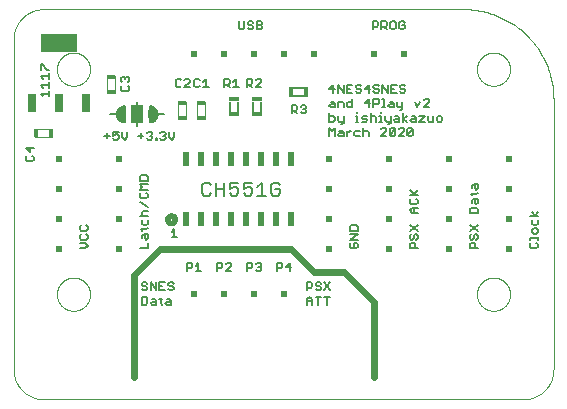
<source format=gto>
G75*
%MOIN*%
%OFA0B0*%
%FSLAX25Y25*%
%IPPOS*%
%LPD*%
%AMOC8*
5,1,8,0,0,1.08239X$1,22.5*
%
%ADD10C,0.00000*%
%ADD11C,0.00800*%
%ADD12C,0.00500*%
%ADD13C,0.02400*%
%ADD14C,0.01600*%
%ADD15C,0.00400*%
%ADD16R,0.03150X0.01378*%
%ADD17R,0.02000X0.04500*%
%ADD18C,0.00600*%
%ADD19R,0.03400X0.01600*%
%ADD20R,0.02000X0.02000*%
%ADD21R,0.01600X0.03400*%
%ADD22R,0.04000X0.06000*%
%ADD23R,0.12000X0.06000*%
%ADD24R,0.03000X0.06000*%
%ADD25R,0.01378X0.03150*%
D10*
X0022200Y0013565D02*
X0182200Y0013565D01*
X0182442Y0013568D01*
X0182683Y0013577D01*
X0182924Y0013591D01*
X0183165Y0013612D01*
X0183405Y0013638D01*
X0183645Y0013670D01*
X0183884Y0013708D01*
X0184121Y0013751D01*
X0184358Y0013801D01*
X0184593Y0013856D01*
X0184827Y0013916D01*
X0185059Y0013983D01*
X0185290Y0014054D01*
X0185519Y0014132D01*
X0185746Y0014215D01*
X0185971Y0014303D01*
X0186194Y0014397D01*
X0186414Y0014496D01*
X0186632Y0014601D01*
X0186847Y0014710D01*
X0187060Y0014825D01*
X0187270Y0014945D01*
X0187476Y0015070D01*
X0187680Y0015200D01*
X0187881Y0015335D01*
X0188078Y0015475D01*
X0188272Y0015619D01*
X0188462Y0015768D01*
X0188648Y0015922D01*
X0188831Y0016080D01*
X0189010Y0016242D01*
X0189185Y0016409D01*
X0189356Y0016580D01*
X0189523Y0016755D01*
X0189685Y0016934D01*
X0189843Y0017117D01*
X0189997Y0017303D01*
X0190146Y0017493D01*
X0190290Y0017687D01*
X0190430Y0017884D01*
X0190565Y0018085D01*
X0190695Y0018289D01*
X0190820Y0018495D01*
X0190940Y0018705D01*
X0191055Y0018918D01*
X0191164Y0019133D01*
X0191269Y0019351D01*
X0191368Y0019571D01*
X0191462Y0019794D01*
X0191550Y0020019D01*
X0191633Y0020246D01*
X0191711Y0020475D01*
X0191782Y0020706D01*
X0191849Y0020938D01*
X0191909Y0021172D01*
X0191964Y0021407D01*
X0192014Y0021644D01*
X0192057Y0021881D01*
X0192095Y0022120D01*
X0192127Y0022360D01*
X0192153Y0022600D01*
X0192174Y0022841D01*
X0192188Y0023082D01*
X0192197Y0023323D01*
X0192200Y0023565D01*
X0192200Y0113565D01*
X0166688Y0123565D02*
X0166690Y0123713D01*
X0166696Y0123861D01*
X0166706Y0124009D01*
X0166720Y0124156D01*
X0166738Y0124303D01*
X0166759Y0124449D01*
X0166785Y0124595D01*
X0166815Y0124740D01*
X0166848Y0124884D01*
X0166886Y0125027D01*
X0166927Y0125169D01*
X0166972Y0125310D01*
X0167020Y0125450D01*
X0167073Y0125589D01*
X0167129Y0125726D01*
X0167189Y0125861D01*
X0167252Y0125995D01*
X0167319Y0126127D01*
X0167390Y0126257D01*
X0167464Y0126385D01*
X0167541Y0126511D01*
X0167622Y0126635D01*
X0167706Y0126757D01*
X0167793Y0126876D01*
X0167884Y0126993D01*
X0167978Y0127108D01*
X0168074Y0127220D01*
X0168174Y0127330D01*
X0168276Y0127436D01*
X0168382Y0127540D01*
X0168490Y0127641D01*
X0168601Y0127739D01*
X0168714Y0127835D01*
X0168830Y0127927D01*
X0168948Y0128016D01*
X0169069Y0128101D01*
X0169192Y0128184D01*
X0169317Y0128263D01*
X0169444Y0128339D01*
X0169573Y0128411D01*
X0169704Y0128480D01*
X0169837Y0128545D01*
X0169972Y0128606D01*
X0170108Y0128664D01*
X0170245Y0128719D01*
X0170384Y0128769D01*
X0170525Y0128816D01*
X0170666Y0128859D01*
X0170809Y0128899D01*
X0170953Y0128934D01*
X0171097Y0128966D01*
X0171243Y0128993D01*
X0171389Y0129017D01*
X0171536Y0129037D01*
X0171683Y0129053D01*
X0171830Y0129065D01*
X0171978Y0129073D01*
X0172126Y0129077D01*
X0172274Y0129077D01*
X0172422Y0129073D01*
X0172570Y0129065D01*
X0172717Y0129053D01*
X0172864Y0129037D01*
X0173011Y0129017D01*
X0173157Y0128993D01*
X0173303Y0128966D01*
X0173447Y0128934D01*
X0173591Y0128899D01*
X0173734Y0128859D01*
X0173875Y0128816D01*
X0174016Y0128769D01*
X0174155Y0128719D01*
X0174292Y0128664D01*
X0174428Y0128606D01*
X0174563Y0128545D01*
X0174696Y0128480D01*
X0174827Y0128411D01*
X0174956Y0128339D01*
X0175083Y0128263D01*
X0175208Y0128184D01*
X0175331Y0128101D01*
X0175452Y0128016D01*
X0175570Y0127927D01*
X0175686Y0127835D01*
X0175799Y0127739D01*
X0175910Y0127641D01*
X0176018Y0127540D01*
X0176124Y0127436D01*
X0176226Y0127330D01*
X0176326Y0127220D01*
X0176422Y0127108D01*
X0176516Y0126993D01*
X0176607Y0126876D01*
X0176694Y0126757D01*
X0176778Y0126635D01*
X0176859Y0126511D01*
X0176936Y0126385D01*
X0177010Y0126257D01*
X0177081Y0126127D01*
X0177148Y0125995D01*
X0177211Y0125861D01*
X0177271Y0125726D01*
X0177327Y0125589D01*
X0177380Y0125450D01*
X0177428Y0125310D01*
X0177473Y0125169D01*
X0177514Y0125027D01*
X0177552Y0124884D01*
X0177585Y0124740D01*
X0177615Y0124595D01*
X0177641Y0124449D01*
X0177662Y0124303D01*
X0177680Y0124156D01*
X0177694Y0124009D01*
X0177704Y0123861D01*
X0177710Y0123713D01*
X0177712Y0123565D01*
X0177710Y0123417D01*
X0177704Y0123269D01*
X0177694Y0123121D01*
X0177680Y0122974D01*
X0177662Y0122827D01*
X0177641Y0122681D01*
X0177615Y0122535D01*
X0177585Y0122390D01*
X0177552Y0122246D01*
X0177514Y0122103D01*
X0177473Y0121961D01*
X0177428Y0121820D01*
X0177380Y0121680D01*
X0177327Y0121541D01*
X0177271Y0121404D01*
X0177211Y0121269D01*
X0177148Y0121135D01*
X0177081Y0121003D01*
X0177010Y0120873D01*
X0176936Y0120745D01*
X0176859Y0120619D01*
X0176778Y0120495D01*
X0176694Y0120373D01*
X0176607Y0120254D01*
X0176516Y0120137D01*
X0176422Y0120022D01*
X0176326Y0119910D01*
X0176226Y0119800D01*
X0176124Y0119694D01*
X0176018Y0119590D01*
X0175910Y0119489D01*
X0175799Y0119391D01*
X0175686Y0119295D01*
X0175570Y0119203D01*
X0175452Y0119114D01*
X0175331Y0119029D01*
X0175208Y0118946D01*
X0175083Y0118867D01*
X0174956Y0118791D01*
X0174827Y0118719D01*
X0174696Y0118650D01*
X0174563Y0118585D01*
X0174428Y0118524D01*
X0174292Y0118466D01*
X0174155Y0118411D01*
X0174016Y0118361D01*
X0173875Y0118314D01*
X0173734Y0118271D01*
X0173591Y0118231D01*
X0173447Y0118196D01*
X0173303Y0118164D01*
X0173157Y0118137D01*
X0173011Y0118113D01*
X0172864Y0118093D01*
X0172717Y0118077D01*
X0172570Y0118065D01*
X0172422Y0118057D01*
X0172274Y0118053D01*
X0172126Y0118053D01*
X0171978Y0118057D01*
X0171830Y0118065D01*
X0171683Y0118077D01*
X0171536Y0118093D01*
X0171389Y0118113D01*
X0171243Y0118137D01*
X0171097Y0118164D01*
X0170953Y0118196D01*
X0170809Y0118231D01*
X0170666Y0118271D01*
X0170525Y0118314D01*
X0170384Y0118361D01*
X0170245Y0118411D01*
X0170108Y0118466D01*
X0169972Y0118524D01*
X0169837Y0118585D01*
X0169704Y0118650D01*
X0169573Y0118719D01*
X0169444Y0118791D01*
X0169317Y0118867D01*
X0169192Y0118946D01*
X0169069Y0119029D01*
X0168948Y0119114D01*
X0168830Y0119203D01*
X0168714Y0119295D01*
X0168601Y0119391D01*
X0168490Y0119489D01*
X0168382Y0119590D01*
X0168276Y0119694D01*
X0168174Y0119800D01*
X0168074Y0119910D01*
X0167978Y0120022D01*
X0167884Y0120137D01*
X0167793Y0120254D01*
X0167706Y0120373D01*
X0167622Y0120495D01*
X0167541Y0120619D01*
X0167464Y0120745D01*
X0167390Y0120873D01*
X0167319Y0121003D01*
X0167252Y0121135D01*
X0167189Y0121269D01*
X0167129Y0121404D01*
X0167073Y0121541D01*
X0167020Y0121680D01*
X0166972Y0121820D01*
X0166927Y0121961D01*
X0166886Y0122103D01*
X0166848Y0122246D01*
X0166815Y0122390D01*
X0166785Y0122535D01*
X0166759Y0122681D01*
X0166738Y0122827D01*
X0166720Y0122974D01*
X0166706Y0123121D01*
X0166696Y0123269D01*
X0166690Y0123417D01*
X0166688Y0123565D01*
X0162200Y0143565D02*
X0162925Y0143556D01*
X0163649Y0143530D01*
X0164373Y0143486D01*
X0165095Y0143425D01*
X0165816Y0143346D01*
X0166535Y0143250D01*
X0167251Y0143137D01*
X0167964Y0143006D01*
X0168674Y0142858D01*
X0169379Y0142693D01*
X0170081Y0142511D01*
X0170778Y0142312D01*
X0171471Y0142097D01*
X0172157Y0141864D01*
X0172838Y0141615D01*
X0173513Y0141350D01*
X0174181Y0141069D01*
X0174842Y0140771D01*
X0175496Y0140458D01*
X0176142Y0140129D01*
X0176780Y0139784D01*
X0177409Y0139424D01*
X0178029Y0139049D01*
X0178640Y0138659D01*
X0179242Y0138255D01*
X0179834Y0137836D01*
X0180415Y0137402D01*
X0180986Y0136955D01*
X0181545Y0136494D01*
X0182094Y0136020D01*
X0182630Y0135533D01*
X0183155Y0135033D01*
X0183668Y0134520D01*
X0184168Y0133995D01*
X0184655Y0133459D01*
X0185129Y0132910D01*
X0185590Y0132351D01*
X0186037Y0131780D01*
X0186471Y0131199D01*
X0186890Y0130607D01*
X0187294Y0130005D01*
X0187684Y0129394D01*
X0188059Y0128774D01*
X0188419Y0128145D01*
X0188764Y0127507D01*
X0189093Y0126861D01*
X0189406Y0126207D01*
X0189704Y0125546D01*
X0189985Y0124878D01*
X0190250Y0124203D01*
X0190499Y0123522D01*
X0190732Y0122836D01*
X0190947Y0122143D01*
X0191146Y0121446D01*
X0191328Y0120744D01*
X0191493Y0120039D01*
X0191641Y0119329D01*
X0191772Y0118616D01*
X0191885Y0117900D01*
X0191981Y0117181D01*
X0192060Y0116460D01*
X0192121Y0115738D01*
X0192165Y0115014D01*
X0192191Y0114290D01*
X0192200Y0113565D01*
X0162200Y0143565D02*
X0022200Y0143565D01*
X0021958Y0143562D01*
X0021717Y0143553D01*
X0021476Y0143539D01*
X0021235Y0143518D01*
X0020995Y0143492D01*
X0020755Y0143460D01*
X0020516Y0143422D01*
X0020279Y0143379D01*
X0020042Y0143329D01*
X0019807Y0143274D01*
X0019573Y0143214D01*
X0019341Y0143147D01*
X0019110Y0143076D01*
X0018881Y0142998D01*
X0018654Y0142915D01*
X0018429Y0142827D01*
X0018206Y0142733D01*
X0017986Y0142634D01*
X0017768Y0142529D01*
X0017553Y0142420D01*
X0017340Y0142305D01*
X0017130Y0142185D01*
X0016924Y0142060D01*
X0016720Y0141930D01*
X0016519Y0141795D01*
X0016322Y0141655D01*
X0016128Y0141511D01*
X0015938Y0141362D01*
X0015752Y0141208D01*
X0015569Y0141050D01*
X0015390Y0140888D01*
X0015215Y0140721D01*
X0015044Y0140550D01*
X0014877Y0140375D01*
X0014715Y0140196D01*
X0014557Y0140013D01*
X0014403Y0139827D01*
X0014254Y0139637D01*
X0014110Y0139443D01*
X0013970Y0139246D01*
X0013835Y0139045D01*
X0013705Y0138841D01*
X0013580Y0138635D01*
X0013460Y0138425D01*
X0013345Y0138212D01*
X0013236Y0137997D01*
X0013131Y0137779D01*
X0013032Y0137559D01*
X0012938Y0137336D01*
X0012850Y0137111D01*
X0012767Y0136884D01*
X0012689Y0136655D01*
X0012618Y0136424D01*
X0012551Y0136192D01*
X0012491Y0135958D01*
X0012436Y0135723D01*
X0012386Y0135486D01*
X0012343Y0135249D01*
X0012305Y0135010D01*
X0012273Y0134770D01*
X0012247Y0134530D01*
X0012226Y0134289D01*
X0012212Y0134048D01*
X0012203Y0133807D01*
X0012200Y0133565D01*
X0012200Y0023565D01*
X0012203Y0023323D01*
X0012212Y0023082D01*
X0012226Y0022841D01*
X0012247Y0022600D01*
X0012273Y0022360D01*
X0012305Y0022120D01*
X0012343Y0021881D01*
X0012386Y0021644D01*
X0012436Y0021407D01*
X0012491Y0021172D01*
X0012551Y0020938D01*
X0012618Y0020706D01*
X0012689Y0020475D01*
X0012767Y0020246D01*
X0012850Y0020019D01*
X0012938Y0019794D01*
X0013032Y0019571D01*
X0013131Y0019351D01*
X0013236Y0019133D01*
X0013345Y0018918D01*
X0013460Y0018705D01*
X0013580Y0018495D01*
X0013705Y0018289D01*
X0013835Y0018085D01*
X0013970Y0017884D01*
X0014110Y0017687D01*
X0014254Y0017493D01*
X0014403Y0017303D01*
X0014557Y0017117D01*
X0014715Y0016934D01*
X0014877Y0016755D01*
X0015044Y0016580D01*
X0015215Y0016409D01*
X0015390Y0016242D01*
X0015569Y0016080D01*
X0015752Y0015922D01*
X0015938Y0015768D01*
X0016128Y0015619D01*
X0016322Y0015475D01*
X0016519Y0015335D01*
X0016720Y0015200D01*
X0016924Y0015070D01*
X0017130Y0014945D01*
X0017340Y0014825D01*
X0017553Y0014710D01*
X0017768Y0014601D01*
X0017986Y0014496D01*
X0018206Y0014397D01*
X0018429Y0014303D01*
X0018654Y0014215D01*
X0018881Y0014132D01*
X0019110Y0014054D01*
X0019341Y0013983D01*
X0019573Y0013916D01*
X0019807Y0013856D01*
X0020042Y0013801D01*
X0020279Y0013751D01*
X0020516Y0013708D01*
X0020755Y0013670D01*
X0020995Y0013638D01*
X0021235Y0013612D01*
X0021476Y0013591D01*
X0021717Y0013577D01*
X0021958Y0013568D01*
X0022200Y0013565D01*
X0026688Y0048565D02*
X0026690Y0048713D01*
X0026696Y0048861D01*
X0026706Y0049009D01*
X0026720Y0049156D01*
X0026738Y0049303D01*
X0026759Y0049449D01*
X0026785Y0049595D01*
X0026815Y0049740D01*
X0026848Y0049884D01*
X0026886Y0050027D01*
X0026927Y0050169D01*
X0026972Y0050310D01*
X0027020Y0050450D01*
X0027073Y0050589D01*
X0027129Y0050726D01*
X0027189Y0050861D01*
X0027252Y0050995D01*
X0027319Y0051127D01*
X0027390Y0051257D01*
X0027464Y0051385D01*
X0027541Y0051511D01*
X0027622Y0051635D01*
X0027706Y0051757D01*
X0027793Y0051876D01*
X0027884Y0051993D01*
X0027978Y0052108D01*
X0028074Y0052220D01*
X0028174Y0052330D01*
X0028276Y0052436D01*
X0028382Y0052540D01*
X0028490Y0052641D01*
X0028601Y0052739D01*
X0028714Y0052835D01*
X0028830Y0052927D01*
X0028948Y0053016D01*
X0029069Y0053101D01*
X0029192Y0053184D01*
X0029317Y0053263D01*
X0029444Y0053339D01*
X0029573Y0053411D01*
X0029704Y0053480D01*
X0029837Y0053545D01*
X0029972Y0053606D01*
X0030108Y0053664D01*
X0030245Y0053719D01*
X0030384Y0053769D01*
X0030525Y0053816D01*
X0030666Y0053859D01*
X0030809Y0053899D01*
X0030953Y0053934D01*
X0031097Y0053966D01*
X0031243Y0053993D01*
X0031389Y0054017D01*
X0031536Y0054037D01*
X0031683Y0054053D01*
X0031830Y0054065D01*
X0031978Y0054073D01*
X0032126Y0054077D01*
X0032274Y0054077D01*
X0032422Y0054073D01*
X0032570Y0054065D01*
X0032717Y0054053D01*
X0032864Y0054037D01*
X0033011Y0054017D01*
X0033157Y0053993D01*
X0033303Y0053966D01*
X0033447Y0053934D01*
X0033591Y0053899D01*
X0033734Y0053859D01*
X0033875Y0053816D01*
X0034016Y0053769D01*
X0034155Y0053719D01*
X0034292Y0053664D01*
X0034428Y0053606D01*
X0034563Y0053545D01*
X0034696Y0053480D01*
X0034827Y0053411D01*
X0034956Y0053339D01*
X0035083Y0053263D01*
X0035208Y0053184D01*
X0035331Y0053101D01*
X0035452Y0053016D01*
X0035570Y0052927D01*
X0035686Y0052835D01*
X0035799Y0052739D01*
X0035910Y0052641D01*
X0036018Y0052540D01*
X0036124Y0052436D01*
X0036226Y0052330D01*
X0036326Y0052220D01*
X0036422Y0052108D01*
X0036516Y0051993D01*
X0036607Y0051876D01*
X0036694Y0051757D01*
X0036778Y0051635D01*
X0036859Y0051511D01*
X0036936Y0051385D01*
X0037010Y0051257D01*
X0037081Y0051127D01*
X0037148Y0050995D01*
X0037211Y0050861D01*
X0037271Y0050726D01*
X0037327Y0050589D01*
X0037380Y0050450D01*
X0037428Y0050310D01*
X0037473Y0050169D01*
X0037514Y0050027D01*
X0037552Y0049884D01*
X0037585Y0049740D01*
X0037615Y0049595D01*
X0037641Y0049449D01*
X0037662Y0049303D01*
X0037680Y0049156D01*
X0037694Y0049009D01*
X0037704Y0048861D01*
X0037710Y0048713D01*
X0037712Y0048565D01*
X0037710Y0048417D01*
X0037704Y0048269D01*
X0037694Y0048121D01*
X0037680Y0047974D01*
X0037662Y0047827D01*
X0037641Y0047681D01*
X0037615Y0047535D01*
X0037585Y0047390D01*
X0037552Y0047246D01*
X0037514Y0047103D01*
X0037473Y0046961D01*
X0037428Y0046820D01*
X0037380Y0046680D01*
X0037327Y0046541D01*
X0037271Y0046404D01*
X0037211Y0046269D01*
X0037148Y0046135D01*
X0037081Y0046003D01*
X0037010Y0045873D01*
X0036936Y0045745D01*
X0036859Y0045619D01*
X0036778Y0045495D01*
X0036694Y0045373D01*
X0036607Y0045254D01*
X0036516Y0045137D01*
X0036422Y0045022D01*
X0036326Y0044910D01*
X0036226Y0044800D01*
X0036124Y0044694D01*
X0036018Y0044590D01*
X0035910Y0044489D01*
X0035799Y0044391D01*
X0035686Y0044295D01*
X0035570Y0044203D01*
X0035452Y0044114D01*
X0035331Y0044029D01*
X0035208Y0043946D01*
X0035083Y0043867D01*
X0034956Y0043791D01*
X0034827Y0043719D01*
X0034696Y0043650D01*
X0034563Y0043585D01*
X0034428Y0043524D01*
X0034292Y0043466D01*
X0034155Y0043411D01*
X0034016Y0043361D01*
X0033875Y0043314D01*
X0033734Y0043271D01*
X0033591Y0043231D01*
X0033447Y0043196D01*
X0033303Y0043164D01*
X0033157Y0043137D01*
X0033011Y0043113D01*
X0032864Y0043093D01*
X0032717Y0043077D01*
X0032570Y0043065D01*
X0032422Y0043057D01*
X0032274Y0043053D01*
X0032126Y0043053D01*
X0031978Y0043057D01*
X0031830Y0043065D01*
X0031683Y0043077D01*
X0031536Y0043093D01*
X0031389Y0043113D01*
X0031243Y0043137D01*
X0031097Y0043164D01*
X0030953Y0043196D01*
X0030809Y0043231D01*
X0030666Y0043271D01*
X0030525Y0043314D01*
X0030384Y0043361D01*
X0030245Y0043411D01*
X0030108Y0043466D01*
X0029972Y0043524D01*
X0029837Y0043585D01*
X0029704Y0043650D01*
X0029573Y0043719D01*
X0029444Y0043791D01*
X0029317Y0043867D01*
X0029192Y0043946D01*
X0029069Y0044029D01*
X0028948Y0044114D01*
X0028830Y0044203D01*
X0028714Y0044295D01*
X0028601Y0044391D01*
X0028490Y0044489D01*
X0028382Y0044590D01*
X0028276Y0044694D01*
X0028174Y0044800D01*
X0028074Y0044910D01*
X0027978Y0045022D01*
X0027884Y0045137D01*
X0027793Y0045254D01*
X0027706Y0045373D01*
X0027622Y0045495D01*
X0027541Y0045619D01*
X0027464Y0045745D01*
X0027390Y0045873D01*
X0027319Y0046003D01*
X0027252Y0046135D01*
X0027189Y0046269D01*
X0027129Y0046404D01*
X0027073Y0046541D01*
X0027020Y0046680D01*
X0026972Y0046820D01*
X0026927Y0046961D01*
X0026886Y0047103D01*
X0026848Y0047246D01*
X0026815Y0047390D01*
X0026785Y0047535D01*
X0026759Y0047681D01*
X0026738Y0047827D01*
X0026720Y0047974D01*
X0026706Y0048121D01*
X0026696Y0048269D01*
X0026690Y0048417D01*
X0026688Y0048565D01*
X0026688Y0123565D02*
X0026690Y0123713D01*
X0026696Y0123861D01*
X0026706Y0124009D01*
X0026720Y0124156D01*
X0026738Y0124303D01*
X0026759Y0124449D01*
X0026785Y0124595D01*
X0026815Y0124740D01*
X0026848Y0124884D01*
X0026886Y0125027D01*
X0026927Y0125169D01*
X0026972Y0125310D01*
X0027020Y0125450D01*
X0027073Y0125589D01*
X0027129Y0125726D01*
X0027189Y0125861D01*
X0027252Y0125995D01*
X0027319Y0126127D01*
X0027390Y0126257D01*
X0027464Y0126385D01*
X0027541Y0126511D01*
X0027622Y0126635D01*
X0027706Y0126757D01*
X0027793Y0126876D01*
X0027884Y0126993D01*
X0027978Y0127108D01*
X0028074Y0127220D01*
X0028174Y0127330D01*
X0028276Y0127436D01*
X0028382Y0127540D01*
X0028490Y0127641D01*
X0028601Y0127739D01*
X0028714Y0127835D01*
X0028830Y0127927D01*
X0028948Y0128016D01*
X0029069Y0128101D01*
X0029192Y0128184D01*
X0029317Y0128263D01*
X0029444Y0128339D01*
X0029573Y0128411D01*
X0029704Y0128480D01*
X0029837Y0128545D01*
X0029972Y0128606D01*
X0030108Y0128664D01*
X0030245Y0128719D01*
X0030384Y0128769D01*
X0030525Y0128816D01*
X0030666Y0128859D01*
X0030809Y0128899D01*
X0030953Y0128934D01*
X0031097Y0128966D01*
X0031243Y0128993D01*
X0031389Y0129017D01*
X0031536Y0129037D01*
X0031683Y0129053D01*
X0031830Y0129065D01*
X0031978Y0129073D01*
X0032126Y0129077D01*
X0032274Y0129077D01*
X0032422Y0129073D01*
X0032570Y0129065D01*
X0032717Y0129053D01*
X0032864Y0129037D01*
X0033011Y0129017D01*
X0033157Y0128993D01*
X0033303Y0128966D01*
X0033447Y0128934D01*
X0033591Y0128899D01*
X0033734Y0128859D01*
X0033875Y0128816D01*
X0034016Y0128769D01*
X0034155Y0128719D01*
X0034292Y0128664D01*
X0034428Y0128606D01*
X0034563Y0128545D01*
X0034696Y0128480D01*
X0034827Y0128411D01*
X0034956Y0128339D01*
X0035083Y0128263D01*
X0035208Y0128184D01*
X0035331Y0128101D01*
X0035452Y0128016D01*
X0035570Y0127927D01*
X0035686Y0127835D01*
X0035799Y0127739D01*
X0035910Y0127641D01*
X0036018Y0127540D01*
X0036124Y0127436D01*
X0036226Y0127330D01*
X0036326Y0127220D01*
X0036422Y0127108D01*
X0036516Y0126993D01*
X0036607Y0126876D01*
X0036694Y0126757D01*
X0036778Y0126635D01*
X0036859Y0126511D01*
X0036936Y0126385D01*
X0037010Y0126257D01*
X0037081Y0126127D01*
X0037148Y0125995D01*
X0037211Y0125861D01*
X0037271Y0125726D01*
X0037327Y0125589D01*
X0037380Y0125450D01*
X0037428Y0125310D01*
X0037473Y0125169D01*
X0037514Y0125027D01*
X0037552Y0124884D01*
X0037585Y0124740D01*
X0037615Y0124595D01*
X0037641Y0124449D01*
X0037662Y0124303D01*
X0037680Y0124156D01*
X0037694Y0124009D01*
X0037704Y0123861D01*
X0037710Y0123713D01*
X0037712Y0123565D01*
X0037710Y0123417D01*
X0037704Y0123269D01*
X0037694Y0123121D01*
X0037680Y0122974D01*
X0037662Y0122827D01*
X0037641Y0122681D01*
X0037615Y0122535D01*
X0037585Y0122390D01*
X0037552Y0122246D01*
X0037514Y0122103D01*
X0037473Y0121961D01*
X0037428Y0121820D01*
X0037380Y0121680D01*
X0037327Y0121541D01*
X0037271Y0121404D01*
X0037211Y0121269D01*
X0037148Y0121135D01*
X0037081Y0121003D01*
X0037010Y0120873D01*
X0036936Y0120745D01*
X0036859Y0120619D01*
X0036778Y0120495D01*
X0036694Y0120373D01*
X0036607Y0120254D01*
X0036516Y0120137D01*
X0036422Y0120022D01*
X0036326Y0119910D01*
X0036226Y0119800D01*
X0036124Y0119694D01*
X0036018Y0119590D01*
X0035910Y0119489D01*
X0035799Y0119391D01*
X0035686Y0119295D01*
X0035570Y0119203D01*
X0035452Y0119114D01*
X0035331Y0119029D01*
X0035208Y0118946D01*
X0035083Y0118867D01*
X0034956Y0118791D01*
X0034827Y0118719D01*
X0034696Y0118650D01*
X0034563Y0118585D01*
X0034428Y0118524D01*
X0034292Y0118466D01*
X0034155Y0118411D01*
X0034016Y0118361D01*
X0033875Y0118314D01*
X0033734Y0118271D01*
X0033591Y0118231D01*
X0033447Y0118196D01*
X0033303Y0118164D01*
X0033157Y0118137D01*
X0033011Y0118113D01*
X0032864Y0118093D01*
X0032717Y0118077D01*
X0032570Y0118065D01*
X0032422Y0118057D01*
X0032274Y0118053D01*
X0032126Y0118053D01*
X0031978Y0118057D01*
X0031830Y0118065D01*
X0031683Y0118077D01*
X0031536Y0118093D01*
X0031389Y0118113D01*
X0031243Y0118137D01*
X0031097Y0118164D01*
X0030953Y0118196D01*
X0030809Y0118231D01*
X0030666Y0118271D01*
X0030525Y0118314D01*
X0030384Y0118361D01*
X0030245Y0118411D01*
X0030108Y0118466D01*
X0029972Y0118524D01*
X0029837Y0118585D01*
X0029704Y0118650D01*
X0029573Y0118719D01*
X0029444Y0118791D01*
X0029317Y0118867D01*
X0029192Y0118946D01*
X0029069Y0119029D01*
X0028948Y0119114D01*
X0028830Y0119203D01*
X0028714Y0119295D01*
X0028601Y0119391D01*
X0028490Y0119489D01*
X0028382Y0119590D01*
X0028276Y0119694D01*
X0028174Y0119800D01*
X0028074Y0119910D01*
X0027978Y0120022D01*
X0027884Y0120137D01*
X0027793Y0120254D01*
X0027706Y0120373D01*
X0027622Y0120495D01*
X0027541Y0120619D01*
X0027464Y0120745D01*
X0027390Y0120873D01*
X0027319Y0121003D01*
X0027252Y0121135D01*
X0027189Y0121269D01*
X0027129Y0121404D01*
X0027073Y0121541D01*
X0027020Y0121680D01*
X0026972Y0121820D01*
X0026927Y0121961D01*
X0026886Y0122103D01*
X0026848Y0122246D01*
X0026815Y0122390D01*
X0026785Y0122535D01*
X0026759Y0122681D01*
X0026738Y0122827D01*
X0026720Y0122974D01*
X0026706Y0123121D01*
X0026696Y0123269D01*
X0026690Y0123417D01*
X0026688Y0123565D01*
X0166688Y0048565D02*
X0166690Y0048713D01*
X0166696Y0048861D01*
X0166706Y0049009D01*
X0166720Y0049156D01*
X0166738Y0049303D01*
X0166759Y0049449D01*
X0166785Y0049595D01*
X0166815Y0049740D01*
X0166848Y0049884D01*
X0166886Y0050027D01*
X0166927Y0050169D01*
X0166972Y0050310D01*
X0167020Y0050450D01*
X0167073Y0050589D01*
X0167129Y0050726D01*
X0167189Y0050861D01*
X0167252Y0050995D01*
X0167319Y0051127D01*
X0167390Y0051257D01*
X0167464Y0051385D01*
X0167541Y0051511D01*
X0167622Y0051635D01*
X0167706Y0051757D01*
X0167793Y0051876D01*
X0167884Y0051993D01*
X0167978Y0052108D01*
X0168074Y0052220D01*
X0168174Y0052330D01*
X0168276Y0052436D01*
X0168382Y0052540D01*
X0168490Y0052641D01*
X0168601Y0052739D01*
X0168714Y0052835D01*
X0168830Y0052927D01*
X0168948Y0053016D01*
X0169069Y0053101D01*
X0169192Y0053184D01*
X0169317Y0053263D01*
X0169444Y0053339D01*
X0169573Y0053411D01*
X0169704Y0053480D01*
X0169837Y0053545D01*
X0169972Y0053606D01*
X0170108Y0053664D01*
X0170245Y0053719D01*
X0170384Y0053769D01*
X0170525Y0053816D01*
X0170666Y0053859D01*
X0170809Y0053899D01*
X0170953Y0053934D01*
X0171097Y0053966D01*
X0171243Y0053993D01*
X0171389Y0054017D01*
X0171536Y0054037D01*
X0171683Y0054053D01*
X0171830Y0054065D01*
X0171978Y0054073D01*
X0172126Y0054077D01*
X0172274Y0054077D01*
X0172422Y0054073D01*
X0172570Y0054065D01*
X0172717Y0054053D01*
X0172864Y0054037D01*
X0173011Y0054017D01*
X0173157Y0053993D01*
X0173303Y0053966D01*
X0173447Y0053934D01*
X0173591Y0053899D01*
X0173734Y0053859D01*
X0173875Y0053816D01*
X0174016Y0053769D01*
X0174155Y0053719D01*
X0174292Y0053664D01*
X0174428Y0053606D01*
X0174563Y0053545D01*
X0174696Y0053480D01*
X0174827Y0053411D01*
X0174956Y0053339D01*
X0175083Y0053263D01*
X0175208Y0053184D01*
X0175331Y0053101D01*
X0175452Y0053016D01*
X0175570Y0052927D01*
X0175686Y0052835D01*
X0175799Y0052739D01*
X0175910Y0052641D01*
X0176018Y0052540D01*
X0176124Y0052436D01*
X0176226Y0052330D01*
X0176326Y0052220D01*
X0176422Y0052108D01*
X0176516Y0051993D01*
X0176607Y0051876D01*
X0176694Y0051757D01*
X0176778Y0051635D01*
X0176859Y0051511D01*
X0176936Y0051385D01*
X0177010Y0051257D01*
X0177081Y0051127D01*
X0177148Y0050995D01*
X0177211Y0050861D01*
X0177271Y0050726D01*
X0177327Y0050589D01*
X0177380Y0050450D01*
X0177428Y0050310D01*
X0177473Y0050169D01*
X0177514Y0050027D01*
X0177552Y0049884D01*
X0177585Y0049740D01*
X0177615Y0049595D01*
X0177641Y0049449D01*
X0177662Y0049303D01*
X0177680Y0049156D01*
X0177694Y0049009D01*
X0177704Y0048861D01*
X0177710Y0048713D01*
X0177712Y0048565D01*
X0177710Y0048417D01*
X0177704Y0048269D01*
X0177694Y0048121D01*
X0177680Y0047974D01*
X0177662Y0047827D01*
X0177641Y0047681D01*
X0177615Y0047535D01*
X0177585Y0047390D01*
X0177552Y0047246D01*
X0177514Y0047103D01*
X0177473Y0046961D01*
X0177428Y0046820D01*
X0177380Y0046680D01*
X0177327Y0046541D01*
X0177271Y0046404D01*
X0177211Y0046269D01*
X0177148Y0046135D01*
X0177081Y0046003D01*
X0177010Y0045873D01*
X0176936Y0045745D01*
X0176859Y0045619D01*
X0176778Y0045495D01*
X0176694Y0045373D01*
X0176607Y0045254D01*
X0176516Y0045137D01*
X0176422Y0045022D01*
X0176326Y0044910D01*
X0176226Y0044800D01*
X0176124Y0044694D01*
X0176018Y0044590D01*
X0175910Y0044489D01*
X0175799Y0044391D01*
X0175686Y0044295D01*
X0175570Y0044203D01*
X0175452Y0044114D01*
X0175331Y0044029D01*
X0175208Y0043946D01*
X0175083Y0043867D01*
X0174956Y0043791D01*
X0174827Y0043719D01*
X0174696Y0043650D01*
X0174563Y0043585D01*
X0174428Y0043524D01*
X0174292Y0043466D01*
X0174155Y0043411D01*
X0174016Y0043361D01*
X0173875Y0043314D01*
X0173734Y0043271D01*
X0173591Y0043231D01*
X0173447Y0043196D01*
X0173303Y0043164D01*
X0173157Y0043137D01*
X0173011Y0043113D01*
X0172864Y0043093D01*
X0172717Y0043077D01*
X0172570Y0043065D01*
X0172422Y0043057D01*
X0172274Y0043053D01*
X0172126Y0043053D01*
X0171978Y0043057D01*
X0171830Y0043065D01*
X0171683Y0043077D01*
X0171536Y0043093D01*
X0171389Y0043113D01*
X0171243Y0043137D01*
X0171097Y0043164D01*
X0170953Y0043196D01*
X0170809Y0043231D01*
X0170666Y0043271D01*
X0170525Y0043314D01*
X0170384Y0043361D01*
X0170245Y0043411D01*
X0170108Y0043466D01*
X0169972Y0043524D01*
X0169837Y0043585D01*
X0169704Y0043650D01*
X0169573Y0043719D01*
X0169444Y0043791D01*
X0169317Y0043867D01*
X0169192Y0043946D01*
X0169069Y0044029D01*
X0168948Y0044114D01*
X0168830Y0044203D01*
X0168714Y0044295D01*
X0168601Y0044391D01*
X0168490Y0044489D01*
X0168382Y0044590D01*
X0168276Y0044694D01*
X0168174Y0044800D01*
X0168074Y0044910D01*
X0167978Y0045022D01*
X0167884Y0045137D01*
X0167793Y0045254D01*
X0167706Y0045373D01*
X0167622Y0045495D01*
X0167541Y0045619D01*
X0167464Y0045745D01*
X0167390Y0045873D01*
X0167319Y0046003D01*
X0167252Y0046135D01*
X0167189Y0046269D01*
X0167129Y0046404D01*
X0167073Y0046541D01*
X0167020Y0046680D01*
X0166972Y0046820D01*
X0166927Y0046961D01*
X0166886Y0047103D01*
X0166848Y0047246D01*
X0166815Y0047390D01*
X0166785Y0047535D01*
X0166759Y0047681D01*
X0166738Y0047827D01*
X0166720Y0047974D01*
X0166706Y0048121D01*
X0166696Y0048269D01*
X0166690Y0048417D01*
X0166688Y0048565D01*
D11*
X0100922Y0082166D02*
X0100922Y0083567D01*
X0099521Y0083567D01*
X0100922Y0082166D02*
X0100221Y0081465D01*
X0098820Y0081465D01*
X0098120Y0082166D01*
X0098120Y0084968D01*
X0098820Y0085669D01*
X0100221Y0085669D01*
X0100922Y0084968D01*
X0096318Y0081465D02*
X0093516Y0081465D01*
X0094917Y0081465D02*
X0094917Y0085669D01*
X0093516Y0084268D01*
X0091714Y0083567D02*
X0091714Y0082166D01*
X0091014Y0081465D01*
X0089612Y0081465D01*
X0088912Y0082166D01*
X0088912Y0083567D02*
X0090313Y0084268D01*
X0091014Y0084268D01*
X0091714Y0083567D01*
X0091714Y0085669D02*
X0088912Y0085669D01*
X0088912Y0083567D01*
X0087110Y0083567D02*
X0087110Y0082166D01*
X0086410Y0081465D01*
X0085008Y0081465D01*
X0084308Y0082166D01*
X0084308Y0083567D02*
X0085709Y0084268D01*
X0086410Y0084268D01*
X0087110Y0083567D01*
X0087110Y0085669D02*
X0084308Y0085669D01*
X0084308Y0083567D01*
X0082506Y0083567D02*
X0079704Y0083567D01*
X0079704Y0081465D02*
X0079704Y0085669D01*
X0077902Y0084968D02*
X0077202Y0085669D01*
X0075801Y0085669D01*
X0075100Y0084968D01*
X0075100Y0082166D01*
X0075801Y0081465D01*
X0077202Y0081465D01*
X0077902Y0082166D01*
X0082506Y0081465D02*
X0082506Y0085669D01*
D12*
X0065814Y0100966D02*
X0065814Y0102768D01*
X0064013Y0102768D02*
X0064013Y0100966D01*
X0064914Y0100065D01*
X0065814Y0100966D01*
X0062868Y0100966D02*
X0062417Y0101416D01*
X0061967Y0101416D01*
X0062417Y0101416D02*
X0062868Y0101867D01*
X0062868Y0102317D01*
X0062417Y0102768D01*
X0061517Y0102768D01*
X0061066Y0102317D01*
X0061066Y0100516D02*
X0061517Y0100065D01*
X0062417Y0100065D01*
X0062868Y0100516D01*
X0062868Y0100966D01*
X0060043Y0100516D02*
X0060043Y0100065D01*
X0059593Y0100065D01*
X0059593Y0100516D01*
X0060043Y0100516D01*
X0058448Y0100516D02*
X0057998Y0100065D01*
X0057097Y0100065D01*
X0056647Y0100516D01*
X0057547Y0101416D02*
X0057998Y0101416D01*
X0058448Y0100966D01*
X0058448Y0100516D01*
X0057998Y0101416D02*
X0058448Y0101867D01*
X0058448Y0102317D01*
X0057998Y0102768D01*
X0057097Y0102768D01*
X0056647Y0102317D01*
X0055502Y0101416D02*
X0053700Y0101416D01*
X0054601Y0100516D02*
X0054601Y0102317D01*
X0050145Y0102768D02*
X0050145Y0100966D01*
X0049244Y0100065D01*
X0048343Y0100966D01*
X0048343Y0102768D01*
X0047198Y0102768D02*
X0045397Y0102768D01*
X0045397Y0101416D01*
X0046297Y0101867D01*
X0046748Y0101867D01*
X0047198Y0101416D01*
X0047198Y0100516D01*
X0046748Y0100065D01*
X0045847Y0100065D01*
X0045397Y0100516D01*
X0044252Y0101416D02*
X0042450Y0101416D01*
X0043351Y0100516D02*
X0043351Y0102317D01*
X0049201Y0111303D02*
X0049449Y0108565D01*
X0049449Y0108565D01*
X0049201Y0105827D01*
X0049200Y0105826D01*
X0049097Y0105838D01*
X0048993Y0105853D01*
X0048891Y0105872D01*
X0048789Y0105896D01*
X0048688Y0105923D01*
X0048589Y0105953D01*
X0048490Y0105988D01*
X0048393Y0106026D01*
X0048298Y0106068D01*
X0048204Y0106114D01*
X0048112Y0106163D01*
X0048021Y0106215D01*
X0047933Y0106271D01*
X0047847Y0106330D01*
X0047764Y0106393D01*
X0047683Y0106458D01*
X0047604Y0106527D01*
X0047528Y0106598D01*
X0047455Y0106673D01*
X0047384Y0106750D01*
X0047317Y0106829D01*
X0047253Y0106912D01*
X0047191Y0106996D01*
X0047134Y0107083D01*
X0047079Y0107172D01*
X0047028Y0107263D01*
X0046980Y0107356D01*
X0046936Y0107450D01*
X0046896Y0107546D01*
X0046859Y0107644D01*
X0046826Y0107743D01*
X0046796Y0107843D01*
X0046771Y0107944D01*
X0046749Y0108046D01*
X0046732Y0108149D01*
X0046718Y0108253D01*
X0046708Y0108356D01*
X0046702Y0108461D01*
X0046700Y0108565D01*
X0046702Y0108669D01*
X0046708Y0108774D01*
X0046718Y0108877D01*
X0046732Y0108981D01*
X0046749Y0109084D01*
X0046771Y0109186D01*
X0046796Y0109287D01*
X0046826Y0109387D01*
X0046859Y0109486D01*
X0046896Y0109584D01*
X0046936Y0109680D01*
X0046980Y0109774D01*
X0047028Y0109867D01*
X0047079Y0109958D01*
X0047134Y0110047D01*
X0047191Y0110134D01*
X0047253Y0110218D01*
X0047317Y0110301D01*
X0047384Y0110380D01*
X0047455Y0110457D01*
X0047528Y0110532D01*
X0047604Y0110603D01*
X0047683Y0110672D01*
X0047764Y0110737D01*
X0047847Y0110800D01*
X0047933Y0110859D01*
X0048021Y0110915D01*
X0048112Y0110967D01*
X0048204Y0111016D01*
X0048298Y0111062D01*
X0048393Y0111104D01*
X0048490Y0111142D01*
X0048589Y0111177D01*
X0048688Y0111207D01*
X0048789Y0111234D01*
X0048891Y0111258D01*
X0048993Y0111277D01*
X0049097Y0111292D01*
X0049200Y0111304D01*
X0049201Y0110827D01*
X0049106Y0110815D01*
X0049013Y0110799D01*
X0048920Y0110778D01*
X0048828Y0110754D01*
X0048737Y0110726D01*
X0048648Y0110695D01*
X0048559Y0110660D01*
X0048473Y0110621D01*
X0048388Y0110578D01*
X0048305Y0110532D01*
X0048224Y0110482D01*
X0048145Y0110430D01*
X0048068Y0110373D01*
X0047994Y0110314D01*
X0047922Y0110252D01*
X0047853Y0110187D01*
X0047787Y0110119D01*
X0047723Y0110048D01*
X0047663Y0109975D01*
X0047606Y0109899D01*
X0047552Y0109821D01*
X0047501Y0109740D01*
X0047454Y0109658D01*
X0047410Y0109574D01*
X0047369Y0109488D01*
X0047333Y0109400D01*
X0047300Y0109311D01*
X0047270Y0109221D01*
X0047245Y0109129D01*
X0047223Y0109037D01*
X0047206Y0108943D01*
X0047192Y0108849D01*
X0047182Y0108755D01*
X0047176Y0108660D01*
X0047174Y0108565D01*
X0047176Y0108470D01*
X0047182Y0108375D01*
X0047192Y0108281D01*
X0047206Y0108187D01*
X0047223Y0108093D01*
X0047245Y0108001D01*
X0047270Y0107909D01*
X0047300Y0107819D01*
X0047333Y0107730D01*
X0047369Y0107642D01*
X0047410Y0107556D01*
X0047454Y0107472D01*
X0047501Y0107390D01*
X0047552Y0107309D01*
X0047606Y0107231D01*
X0047663Y0107155D01*
X0047723Y0107082D01*
X0047787Y0107011D01*
X0047853Y0106943D01*
X0047922Y0106878D01*
X0047994Y0106816D01*
X0048068Y0106757D01*
X0048145Y0106700D01*
X0048224Y0106648D01*
X0048305Y0106598D01*
X0048388Y0106552D01*
X0048473Y0106509D01*
X0048559Y0106470D01*
X0048648Y0106435D01*
X0048737Y0106404D01*
X0048828Y0106376D01*
X0048920Y0106352D01*
X0049013Y0106331D01*
X0049106Y0106315D01*
X0049201Y0106303D01*
X0049201Y0106780D01*
X0049119Y0106794D01*
X0049037Y0106811D01*
X0048957Y0106832D01*
X0048877Y0106856D01*
X0048799Y0106885D01*
X0048722Y0106917D01*
X0048647Y0106952D01*
X0048573Y0106991D01*
X0048501Y0107033D01*
X0048431Y0107078D01*
X0048364Y0107127D01*
X0048299Y0107179D01*
X0048236Y0107233D01*
X0048176Y0107291D01*
X0048118Y0107351D01*
X0048064Y0107414D01*
X0048012Y0107479D01*
X0047963Y0107547D01*
X0047918Y0107616D01*
X0047876Y0107688D01*
X0047837Y0107762D01*
X0047802Y0107837D01*
X0047770Y0107914D01*
X0047741Y0107992D01*
X0047717Y0108072D01*
X0047696Y0108152D01*
X0047679Y0108234D01*
X0047665Y0108316D01*
X0047656Y0108399D01*
X0047650Y0108482D01*
X0047648Y0108565D01*
X0047650Y0108648D01*
X0047656Y0108731D01*
X0047665Y0108814D01*
X0047679Y0108896D01*
X0047696Y0108978D01*
X0047717Y0109058D01*
X0047741Y0109138D01*
X0047770Y0109216D01*
X0047802Y0109293D01*
X0047837Y0109368D01*
X0047876Y0109442D01*
X0047918Y0109514D01*
X0047963Y0109583D01*
X0048012Y0109651D01*
X0048064Y0109716D01*
X0048118Y0109779D01*
X0048176Y0109839D01*
X0048236Y0109897D01*
X0048299Y0109951D01*
X0048364Y0110003D01*
X0048431Y0110052D01*
X0048501Y0110097D01*
X0048573Y0110139D01*
X0048647Y0110178D01*
X0048722Y0110213D01*
X0048799Y0110245D01*
X0048877Y0110274D01*
X0048957Y0110298D01*
X0049037Y0110319D01*
X0049119Y0110336D01*
X0049201Y0110350D01*
X0049201Y0109870D01*
X0049131Y0109854D01*
X0049062Y0109835D01*
X0048994Y0109812D01*
X0048927Y0109786D01*
X0048861Y0109755D01*
X0048798Y0109722D01*
X0048736Y0109685D01*
X0048676Y0109644D01*
X0048619Y0109601D01*
X0048564Y0109554D01*
X0048512Y0109505D01*
X0048462Y0109453D01*
X0048415Y0109398D01*
X0048372Y0109340D01*
X0048331Y0109281D01*
X0048294Y0109219D01*
X0048261Y0109156D01*
X0048230Y0109090D01*
X0048204Y0109023D01*
X0048181Y0108955D01*
X0048161Y0108886D01*
X0048146Y0108815D01*
X0048134Y0108744D01*
X0048126Y0108673D01*
X0048122Y0108601D01*
X0048122Y0108529D01*
X0048126Y0108457D01*
X0048134Y0108386D01*
X0048146Y0108315D01*
X0048161Y0108244D01*
X0048181Y0108175D01*
X0048204Y0108107D01*
X0048230Y0108040D01*
X0048261Y0107974D01*
X0048294Y0107911D01*
X0048331Y0107849D01*
X0048372Y0107790D01*
X0048415Y0107732D01*
X0048462Y0107677D01*
X0048512Y0107625D01*
X0048564Y0107576D01*
X0048619Y0107529D01*
X0048676Y0107486D01*
X0048736Y0107445D01*
X0048798Y0107408D01*
X0048861Y0107375D01*
X0048927Y0107344D01*
X0048994Y0107318D01*
X0049062Y0107295D01*
X0049131Y0107276D01*
X0049201Y0107260D01*
X0049204Y0107747D01*
X0049149Y0107766D01*
X0049096Y0107788D01*
X0049045Y0107813D01*
X0048995Y0107842D01*
X0048948Y0107874D01*
X0048902Y0107910D01*
X0048859Y0107948D01*
X0048819Y0107989D01*
X0048782Y0108033D01*
X0048748Y0108079D01*
X0048717Y0108127D01*
X0048689Y0108178D01*
X0048665Y0108230D01*
X0048644Y0108283D01*
X0048627Y0108338D01*
X0048613Y0108394D01*
X0048604Y0108450D01*
X0048598Y0108508D01*
X0048596Y0108565D01*
X0048598Y0108622D01*
X0048604Y0108680D01*
X0048613Y0108736D01*
X0048627Y0108792D01*
X0048644Y0108847D01*
X0048665Y0108900D01*
X0048689Y0108952D01*
X0048717Y0109003D01*
X0048748Y0109051D01*
X0048782Y0109097D01*
X0048819Y0109141D01*
X0048859Y0109182D01*
X0048902Y0109220D01*
X0048948Y0109256D01*
X0048995Y0109288D01*
X0049045Y0109317D01*
X0049096Y0109342D01*
X0049149Y0109364D01*
X0049204Y0109383D01*
X0049218Y0108866D01*
X0049190Y0108842D01*
X0049164Y0108816D01*
X0049142Y0108787D01*
X0049122Y0108757D01*
X0049105Y0108724D01*
X0049091Y0108690D01*
X0049081Y0108655D01*
X0049074Y0108620D01*
X0049070Y0108583D01*
X0049070Y0108547D01*
X0049074Y0108510D01*
X0049081Y0108475D01*
X0049091Y0108440D01*
X0049105Y0108406D01*
X0049122Y0108373D01*
X0049142Y0108343D01*
X0049164Y0108314D01*
X0049190Y0108288D01*
X0049218Y0108264D01*
X0057699Y0105827D02*
X0057451Y0108565D01*
X0057451Y0108565D01*
X0057699Y0111303D01*
X0057700Y0111304D01*
X0057803Y0111292D01*
X0057907Y0111277D01*
X0058009Y0111258D01*
X0058111Y0111234D01*
X0058212Y0111207D01*
X0058311Y0111177D01*
X0058410Y0111142D01*
X0058507Y0111104D01*
X0058602Y0111062D01*
X0058696Y0111016D01*
X0058788Y0110967D01*
X0058879Y0110915D01*
X0058967Y0110859D01*
X0059053Y0110800D01*
X0059136Y0110737D01*
X0059217Y0110672D01*
X0059296Y0110603D01*
X0059372Y0110532D01*
X0059445Y0110457D01*
X0059516Y0110380D01*
X0059583Y0110301D01*
X0059647Y0110218D01*
X0059709Y0110134D01*
X0059766Y0110047D01*
X0059821Y0109958D01*
X0059872Y0109867D01*
X0059920Y0109774D01*
X0059964Y0109680D01*
X0060004Y0109584D01*
X0060041Y0109486D01*
X0060074Y0109387D01*
X0060104Y0109287D01*
X0060129Y0109186D01*
X0060151Y0109084D01*
X0060168Y0108981D01*
X0060182Y0108877D01*
X0060192Y0108774D01*
X0060198Y0108669D01*
X0060200Y0108565D01*
X0060198Y0108461D01*
X0060192Y0108356D01*
X0060182Y0108253D01*
X0060168Y0108149D01*
X0060151Y0108046D01*
X0060129Y0107944D01*
X0060104Y0107843D01*
X0060074Y0107743D01*
X0060041Y0107644D01*
X0060004Y0107546D01*
X0059964Y0107450D01*
X0059920Y0107356D01*
X0059872Y0107263D01*
X0059821Y0107172D01*
X0059766Y0107083D01*
X0059709Y0106996D01*
X0059647Y0106912D01*
X0059583Y0106829D01*
X0059516Y0106750D01*
X0059445Y0106673D01*
X0059372Y0106598D01*
X0059296Y0106527D01*
X0059217Y0106458D01*
X0059136Y0106393D01*
X0059053Y0106330D01*
X0058967Y0106271D01*
X0058879Y0106215D01*
X0058788Y0106163D01*
X0058696Y0106114D01*
X0058602Y0106068D01*
X0058507Y0106026D01*
X0058410Y0105988D01*
X0058311Y0105953D01*
X0058212Y0105923D01*
X0058111Y0105896D01*
X0058009Y0105872D01*
X0057907Y0105853D01*
X0057803Y0105838D01*
X0057700Y0105826D01*
X0057699Y0106303D01*
X0057794Y0106315D01*
X0057887Y0106331D01*
X0057980Y0106352D01*
X0058072Y0106376D01*
X0058163Y0106404D01*
X0058252Y0106435D01*
X0058341Y0106470D01*
X0058427Y0106509D01*
X0058512Y0106552D01*
X0058595Y0106598D01*
X0058676Y0106648D01*
X0058755Y0106700D01*
X0058832Y0106757D01*
X0058906Y0106816D01*
X0058978Y0106878D01*
X0059047Y0106943D01*
X0059113Y0107011D01*
X0059177Y0107082D01*
X0059237Y0107155D01*
X0059294Y0107231D01*
X0059348Y0107309D01*
X0059399Y0107390D01*
X0059446Y0107472D01*
X0059490Y0107556D01*
X0059531Y0107642D01*
X0059567Y0107730D01*
X0059600Y0107819D01*
X0059630Y0107909D01*
X0059655Y0108001D01*
X0059677Y0108093D01*
X0059694Y0108187D01*
X0059708Y0108281D01*
X0059718Y0108375D01*
X0059724Y0108470D01*
X0059726Y0108565D01*
X0059724Y0108660D01*
X0059718Y0108755D01*
X0059708Y0108849D01*
X0059694Y0108943D01*
X0059677Y0109037D01*
X0059655Y0109129D01*
X0059630Y0109221D01*
X0059600Y0109311D01*
X0059567Y0109400D01*
X0059531Y0109488D01*
X0059490Y0109574D01*
X0059446Y0109658D01*
X0059399Y0109740D01*
X0059348Y0109821D01*
X0059294Y0109899D01*
X0059237Y0109975D01*
X0059177Y0110048D01*
X0059113Y0110119D01*
X0059047Y0110187D01*
X0058978Y0110252D01*
X0058906Y0110314D01*
X0058832Y0110373D01*
X0058755Y0110430D01*
X0058676Y0110482D01*
X0058595Y0110532D01*
X0058512Y0110578D01*
X0058427Y0110621D01*
X0058341Y0110660D01*
X0058252Y0110695D01*
X0058163Y0110726D01*
X0058072Y0110754D01*
X0057980Y0110778D01*
X0057887Y0110799D01*
X0057794Y0110815D01*
X0057699Y0110827D01*
X0057699Y0110350D01*
X0057781Y0110336D01*
X0057863Y0110319D01*
X0057943Y0110298D01*
X0058023Y0110274D01*
X0058101Y0110245D01*
X0058178Y0110213D01*
X0058253Y0110178D01*
X0058327Y0110139D01*
X0058399Y0110097D01*
X0058469Y0110052D01*
X0058536Y0110003D01*
X0058601Y0109951D01*
X0058664Y0109897D01*
X0058724Y0109839D01*
X0058782Y0109779D01*
X0058836Y0109716D01*
X0058888Y0109651D01*
X0058937Y0109583D01*
X0058982Y0109514D01*
X0059024Y0109442D01*
X0059063Y0109368D01*
X0059098Y0109293D01*
X0059130Y0109216D01*
X0059159Y0109138D01*
X0059183Y0109058D01*
X0059204Y0108978D01*
X0059221Y0108896D01*
X0059235Y0108814D01*
X0059244Y0108731D01*
X0059250Y0108648D01*
X0059252Y0108565D01*
X0059250Y0108482D01*
X0059244Y0108399D01*
X0059235Y0108316D01*
X0059221Y0108234D01*
X0059204Y0108152D01*
X0059183Y0108072D01*
X0059159Y0107992D01*
X0059130Y0107914D01*
X0059098Y0107837D01*
X0059063Y0107762D01*
X0059024Y0107688D01*
X0058982Y0107616D01*
X0058937Y0107547D01*
X0058888Y0107479D01*
X0058836Y0107414D01*
X0058782Y0107351D01*
X0058724Y0107291D01*
X0058664Y0107233D01*
X0058601Y0107179D01*
X0058536Y0107127D01*
X0058469Y0107078D01*
X0058399Y0107033D01*
X0058327Y0106991D01*
X0058253Y0106952D01*
X0058178Y0106917D01*
X0058101Y0106885D01*
X0058023Y0106856D01*
X0057943Y0106832D01*
X0057863Y0106811D01*
X0057781Y0106794D01*
X0057699Y0106780D01*
X0057699Y0107260D01*
X0057769Y0107276D01*
X0057838Y0107295D01*
X0057906Y0107318D01*
X0057973Y0107344D01*
X0058039Y0107375D01*
X0058102Y0107408D01*
X0058164Y0107445D01*
X0058224Y0107486D01*
X0058281Y0107529D01*
X0058336Y0107576D01*
X0058388Y0107625D01*
X0058438Y0107677D01*
X0058485Y0107732D01*
X0058528Y0107790D01*
X0058569Y0107849D01*
X0058606Y0107911D01*
X0058639Y0107974D01*
X0058670Y0108040D01*
X0058696Y0108107D01*
X0058719Y0108175D01*
X0058739Y0108244D01*
X0058754Y0108315D01*
X0058766Y0108386D01*
X0058774Y0108457D01*
X0058778Y0108529D01*
X0058778Y0108601D01*
X0058774Y0108673D01*
X0058766Y0108744D01*
X0058754Y0108815D01*
X0058739Y0108886D01*
X0058719Y0108955D01*
X0058696Y0109023D01*
X0058670Y0109090D01*
X0058639Y0109156D01*
X0058606Y0109219D01*
X0058569Y0109281D01*
X0058528Y0109340D01*
X0058485Y0109398D01*
X0058438Y0109453D01*
X0058388Y0109505D01*
X0058336Y0109554D01*
X0058281Y0109601D01*
X0058224Y0109644D01*
X0058164Y0109685D01*
X0058102Y0109722D01*
X0058039Y0109755D01*
X0057973Y0109786D01*
X0057906Y0109812D01*
X0057838Y0109835D01*
X0057769Y0109854D01*
X0057699Y0109870D01*
X0057696Y0109383D01*
X0057751Y0109364D01*
X0057804Y0109342D01*
X0057855Y0109317D01*
X0057905Y0109288D01*
X0057952Y0109256D01*
X0057998Y0109220D01*
X0058041Y0109182D01*
X0058081Y0109141D01*
X0058118Y0109097D01*
X0058152Y0109051D01*
X0058183Y0109003D01*
X0058211Y0108952D01*
X0058235Y0108900D01*
X0058256Y0108847D01*
X0058273Y0108792D01*
X0058287Y0108736D01*
X0058296Y0108680D01*
X0058302Y0108622D01*
X0058304Y0108565D01*
X0058302Y0108508D01*
X0058296Y0108450D01*
X0058287Y0108394D01*
X0058273Y0108338D01*
X0058256Y0108283D01*
X0058235Y0108230D01*
X0058211Y0108178D01*
X0058183Y0108127D01*
X0058152Y0108079D01*
X0058118Y0108033D01*
X0058081Y0107989D01*
X0058041Y0107948D01*
X0057998Y0107910D01*
X0057952Y0107874D01*
X0057905Y0107842D01*
X0057855Y0107813D01*
X0057804Y0107788D01*
X0057751Y0107766D01*
X0057696Y0107747D01*
X0057682Y0108264D01*
X0057710Y0108288D01*
X0057736Y0108314D01*
X0057758Y0108343D01*
X0057778Y0108373D01*
X0057795Y0108406D01*
X0057809Y0108440D01*
X0057819Y0108475D01*
X0057826Y0108510D01*
X0057830Y0108547D01*
X0057830Y0108583D01*
X0057826Y0108620D01*
X0057819Y0108655D01*
X0057809Y0108690D01*
X0057795Y0108724D01*
X0057778Y0108757D01*
X0057758Y0108787D01*
X0057736Y0108816D01*
X0057710Y0108842D01*
X0057682Y0108866D01*
X0050250Y0116315D02*
X0048448Y0116315D01*
X0047998Y0116766D01*
X0047998Y0117666D01*
X0048448Y0118117D01*
X0048448Y0119262D02*
X0047998Y0119712D01*
X0047998Y0120613D01*
X0048448Y0121063D01*
X0048898Y0121063D01*
X0049349Y0120613D01*
X0049799Y0121063D01*
X0050250Y0121063D01*
X0050700Y0120613D01*
X0050700Y0119712D01*
X0050250Y0119262D01*
X0050250Y0118117D02*
X0050700Y0117666D01*
X0050700Y0116766D01*
X0050250Y0116315D01*
X0049349Y0120163D02*
X0049349Y0120613D01*
X0066200Y0119817D02*
X0066200Y0118016D01*
X0066650Y0117565D01*
X0067551Y0117565D01*
X0068002Y0118016D01*
X0069147Y0117565D02*
X0070948Y0119367D01*
X0070948Y0119817D01*
X0070498Y0120268D01*
X0069597Y0120268D01*
X0069147Y0119817D01*
X0068002Y0119817D02*
X0067551Y0120268D01*
X0066650Y0120268D01*
X0066200Y0119817D01*
X0069147Y0117565D02*
X0070948Y0117565D01*
X0072450Y0118016D02*
X0072900Y0117565D01*
X0073801Y0117565D01*
X0074252Y0118016D01*
X0075397Y0117565D02*
X0077198Y0117565D01*
X0076297Y0117565D02*
X0076297Y0120268D01*
X0075397Y0119367D01*
X0074252Y0119817D02*
X0073801Y0120268D01*
X0072900Y0120268D01*
X0072450Y0119817D01*
X0072450Y0118016D01*
X0082450Y0118466D02*
X0083801Y0118466D01*
X0084252Y0118916D01*
X0084252Y0119817D01*
X0083801Y0120268D01*
X0082450Y0120268D01*
X0082450Y0117565D01*
X0083351Y0118466D02*
X0084252Y0117565D01*
X0085397Y0117565D02*
X0087198Y0117565D01*
X0086297Y0117565D02*
X0086297Y0120268D01*
X0085397Y0119367D01*
X0089950Y0120268D02*
X0089950Y0117565D01*
X0089950Y0118466D02*
X0091301Y0118466D01*
X0091752Y0118916D01*
X0091752Y0119817D01*
X0091301Y0120268D01*
X0089950Y0120268D01*
X0090851Y0118466D02*
X0091752Y0117565D01*
X0092897Y0117565D02*
X0094698Y0119367D01*
X0094698Y0119817D01*
X0094248Y0120268D01*
X0093347Y0120268D01*
X0092897Y0119817D01*
X0092897Y0117565D02*
X0094698Y0117565D01*
X0104950Y0111518D02*
X0106301Y0111518D01*
X0106752Y0111067D01*
X0106752Y0110166D01*
X0106301Y0109716D01*
X0104950Y0109716D01*
X0104950Y0108815D02*
X0104950Y0111518D01*
X0105851Y0109716D02*
X0106752Y0108815D01*
X0107897Y0109266D02*
X0108347Y0108815D01*
X0109248Y0108815D01*
X0109698Y0109266D01*
X0109698Y0109716D01*
X0109248Y0110166D01*
X0108797Y0110166D01*
X0109248Y0110166D02*
X0109698Y0110617D01*
X0109698Y0111067D01*
X0109248Y0111518D01*
X0108347Y0111518D01*
X0107897Y0111067D01*
X0117450Y0111366D02*
X0117900Y0111816D01*
X0119252Y0111816D01*
X0119252Y0112266D02*
X0119252Y0110915D01*
X0117900Y0110915D01*
X0117450Y0111366D01*
X0117900Y0112717D02*
X0118801Y0112717D01*
X0119252Y0112266D01*
X0120397Y0112717D02*
X0120397Y0110915D01*
X0122198Y0110915D02*
X0122198Y0112266D01*
X0121748Y0112717D01*
X0120397Y0112717D01*
X0123343Y0112266D02*
X0123343Y0111366D01*
X0123793Y0110915D01*
X0125145Y0110915D01*
X0125145Y0113618D01*
X0125145Y0112717D02*
X0123793Y0112717D01*
X0123343Y0112266D01*
X0123343Y0115715D02*
X0125145Y0115715D01*
X0126290Y0116166D02*
X0126740Y0115715D01*
X0127641Y0115715D01*
X0128091Y0116166D01*
X0128091Y0116616D01*
X0127641Y0117066D01*
X0126740Y0117066D01*
X0126290Y0117517D01*
X0126290Y0117967D01*
X0126740Y0118418D01*
X0127641Y0118418D01*
X0128091Y0117967D01*
X0129236Y0117066D02*
X0130587Y0118418D01*
X0130587Y0115715D01*
X0131038Y0117066D02*
X0129236Y0117066D01*
X0132183Y0117517D02*
X0132633Y0117066D01*
X0133534Y0117066D01*
X0133984Y0116616D01*
X0133984Y0116166D01*
X0133534Y0115715D01*
X0132633Y0115715D01*
X0132183Y0116166D01*
X0132183Y0117517D02*
X0132183Y0117967D01*
X0132633Y0118418D01*
X0133534Y0118418D01*
X0133984Y0117967D01*
X0135129Y0118418D02*
X0136931Y0115715D01*
X0136931Y0118418D01*
X0138076Y0118418D02*
X0138076Y0115715D01*
X0139877Y0115715D01*
X0141022Y0116166D02*
X0141473Y0115715D01*
X0142373Y0115715D01*
X0142824Y0116166D01*
X0142824Y0116616D01*
X0142373Y0117066D01*
X0141473Y0117066D01*
X0141022Y0117517D01*
X0141022Y0117967D01*
X0141473Y0118418D01*
X0142373Y0118418D01*
X0142824Y0117967D01*
X0139877Y0118418D02*
X0138076Y0118418D01*
X0138076Y0117066D02*
X0138976Y0117066D01*
X0135129Y0115715D02*
X0135129Y0118418D01*
X0135129Y0113618D02*
X0135579Y0113618D01*
X0135579Y0110915D01*
X0135129Y0110915D02*
X0136030Y0110915D01*
X0137093Y0111366D02*
X0137544Y0111816D01*
X0138895Y0111816D01*
X0138895Y0112266D02*
X0138895Y0110915D01*
X0137544Y0110915D01*
X0137093Y0111366D01*
X0137544Y0112717D02*
X0138445Y0112717D01*
X0138895Y0112266D01*
X0140040Y0112717D02*
X0140040Y0111366D01*
X0140490Y0110915D01*
X0141842Y0110915D01*
X0141842Y0110465D02*
X0141391Y0110015D01*
X0140941Y0110015D01*
X0141842Y0110465D02*
X0141842Y0112717D01*
X0145933Y0112717D02*
X0146834Y0110915D01*
X0147735Y0112717D01*
X0148880Y0113167D02*
X0149330Y0113618D01*
X0150231Y0113618D01*
X0150681Y0113167D01*
X0150681Y0112717D01*
X0148880Y0110915D01*
X0150681Y0110915D01*
X0150353Y0107917D02*
X0150353Y0106566D01*
X0150803Y0106115D01*
X0152154Y0106115D01*
X0152154Y0107917D01*
X0153299Y0107466D02*
X0153299Y0106566D01*
X0153750Y0106115D01*
X0154650Y0106115D01*
X0155101Y0106566D01*
X0155101Y0107466D01*
X0154650Y0107917D01*
X0153750Y0107917D01*
X0153299Y0107466D01*
X0149208Y0107917D02*
X0147406Y0106115D01*
X0149208Y0106115D01*
X0149208Y0107917D02*
X0147406Y0107917D01*
X0146261Y0107466D02*
X0146261Y0106115D01*
X0144910Y0106115D01*
X0144460Y0106566D01*
X0144910Y0107016D01*
X0146261Y0107016D01*
X0146261Y0107466D02*
X0145811Y0107917D01*
X0144910Y0107917D01*
X0143355Y0107917D02*
X0142004Y0107016D01*
X0143355Y0106115D01*
X0142004Y0106115D02*
X0142004Y0108818D01*
X0140859Y0107466D02*
X0140859Y0106115D01*
X0139508Y0106115D01*
X0139058Y0106566D01*
X0139508Y0107016D01*
X0140859Y0107016D01*
X0140859Y0107466D02*
X0140409Y0107917D01*
X0139508Y0107917D01*
X0137913Y0107917D02*
X0137913Y0105665D01*
X0137462Y0105215D01*
X0137012Y0105215D01*
X0136562Y0106115D02*
X0137913Y0106115D01*
X0136562Y0106115D02*
X0136111Y0106566D01*
X0136111Y0107917D01*
X0134597Y0107917D02*
X0134597Y0106115D01*
X0134147Y0106115D02*
X0135048Y0106115D01*
X0134597Y0107917D02*
X0134147Y0107917D01*
X0134597Y0108818D02*
X0134597Y0109268D01*
X0133002Y0107466D02*
X0132552Y0107917D01*
X0131651Y0107917D01*
X0131200Y0107466D01*
X0130055Y0107917D02*
X0128704Y0107917D01*
X0128254Y0107466D01*
X0128704Y0107016D01*
X0129605Y0107016D01*
X0130055Y0106566D01*
X0129605Y0106115D01*
X0128254Y0106115D01*
X0127190Y0106115D02*
X0126290Y0106115D01*
X0126740Y0106115D02*
X0126740Y0107917D01*
X0126290Y0107917D01*
X0126740Y0108818D02*
X0126740Y0109268D01*
X0130587Y0110915D02*
X0130587Y0113618D01*
X0129236Y0112266D01*
X0131038Y0112266D01*
X0132183Y0111816D02*
X0133534Y0111816D01*
X0133984Y0112266D01*
X0133984Y0113167D01*
X0133534Y0113618D01*
X0132183Y0113618D01*
X0132183Y0110915D01*
X0131200Y0108818D02*
X0131200Y0106115D01*
X0133002Y0106115D02*
X0133002Y0107466D01*
X0135088Y0104018D02*
X0134638Y0103567D01*
X0135088Y0104018D02*
X0135989Y0104018D01*
X0136440Y0103567D01*
X0136440Y0103117D01*
X0134638Y0101315D01*
X0136440Y0101315D01*
X0137585Y0101766D02*
X0137585Y0103567D01*
X0138035Y0104018D01*
X0138936Y0104018D01*
X0139386Y0103567D01*
X0137585Y0101766D01*
X0138035Y0101315D01*
X0138936Y0101315D01*
X0139386Y0101766D01*
X0139386Y0103567D01*
X0140531Y0103567D02*
X0140981Y0104018D01*
X0141882Y0104018D01*
X0142333Y0103567D01*
X0142333Y0103117D01*
X0140531Y0101315D01*
X0142333Y0101315D01*
X0143478Y0101766D02*
X0145279Y0103567D01*
X0145279Y0101766D01*
X0144829Y0101315D01*
X0143928Y0101315D01*
X0143478Y0101766D01*
X0143478Y0103567D01*
X0143928Y0104018D01*
X0144829Y0104018D01*
X0145279Y0103567D01*
X0130547Y0102666D02*
X0130547Y0101315D01*
X0130547Y0102666D02*
X0130096Y0103117D01*
X0129195Y0103117D01*
X0128745Y0102666D01*
X0127600Y0103117D02*
X0126249Y0103117D01*
X0125798Y0102666D01*
X0125798Y0101766D01*
X0126249Y0101315D01*
X0127600Y0101315D01*
X0128745Y0101315D02*
X0128745Y0104018D01*
X0124694Y0103117D02*
X0124244Y0103117D01*
X0123343Y0102216D01*
X0123343Y0101315D02*
X0123343Y0103117D01*
X0122198Y0102666D02*
X0122198Y0101315D01*
X0120847Y0101315D01*
X0120397Y0101766D01*
X0120847Y0102216D01*
X0122198Y0102216D01*
X0122198Y0102666D02*
X0121748Y0103117D01*
X0120847Y0103117D01*
X0119252Y0104018D02*
X0119252Y0101315D01*
X0117450Y0101315D02*
X0117450Y0104018D01*
X0118351Y0103117D01*
X0119252Y0104018D01*
X0121297Y0105215D02*
X0121748Y0105215D01*
X0122198Y0105665D01*
X0122198Y0107917D01*
X0120397Y0107917D02*
X0120397Y0106566D01*
X0120847Y0106115D01*
X0122198Y0106115D01*
X0119252Y0106566D02*
X0119252Y0107466D01*
X0118801Y0107917D01*
X0117450Y0107917D01*
X0117450Y0108818D02*
X0117450Y0106115D01*
X0118801Y0106115D01*
X0119252Y0106566D01*
X0118801Y0115715D02*
X0118801Y0118418D01*
X0117450Y0117066D01*
X0119252Y0117066D01*
X0120397Y0115715D02*
X0120397Y0118418D01*
X0122198Y0115715D01*
X0122198Y0118418D01*
X0123343Y0118418D02*
X0123343Y0115715D01*
X0123343Y0117066D02*
X0124244Y0117066D01*
X0125145Y0118418D02*
X0123343Y0118418D01*
X0131914Y0136865D02*
X0131914Y0139568D01*
X0133265Y0139568D01*
X0133715Y0139117D01*
X0133715Y0138216D01*
X0133265Y0137766D01*
X0131914Y0137766D01*
X0134860Y0137766D02*
X0136212Y0137766D01*
X0136662Y0138216D01*
X0136662Y0139117D01*
X0136212Y0139568D01*
X0134860Y0139568D01*
X0134860Y0136865D01*
X0135761Y0137766D02*
X0136662Y0136865D01*
X0137807Y0137316D02*
X0137807Y0139117D01*
X0138257Y0139568D01*
X0139158Y0139568D01*
X0139609Y0139117D01*
X0139609Y0137316D01*
X0139158Y0136865D01*
X0138257Y0136865D01*
X0137807Y0137316D01*
X0140753Y0137316D02*
X0140753Y0139117D01*
X0141204Y0139568D01*
X0142105Y0139568D01*
X0142555Y0139117D01*
X0142555Y0138216D02*
X0141654Y0138216D01*
X0142555Y0138216D02*
X0142555Y0137316D01*
X0142105Y0136865D01*
X0141204Y0136865D01*
X0140753Y0137316D01*
X0095055Y0137316D02*
X0094605Y0136865D01*
X0093253Y0136865D01*
X0093253Y0139568D01*
X0094605Y0139568D01*
X0095055Y0139117D01*
X0095055Y0138667D01*
X0094605Y0138216D01*
X0093253Y0138216D01*
X0092109Y0137766D02*
X0092109Y0137316D01*
X0091658Y0136865D01*
X0090757Y0136865D01*
X0090307Y0137316D01*
X0090757Y0138216D02*
X0091658Y0138216D01*
X0092109Y0137766D01*
X0092109Y0139117D02*
X0091658Y0139568D01*
X0090757Y0139568D01*
X0090307Y0139117D01*
X0090307Y0138667D01*
X0090757Y0138216D01*
X0089162Y0137316D02*
X0089162Y0139568D01*
X0087360Y0139568D02*
X0087360Y0137316D01*
X0087811Y0136865D01*
X0088712Y0136865D01*
X0089162Y0137316D01*
X0094605Y0138216D02*
X0095055Y0137766D01*
X0095055Y0137316D01*
X0056500Y0088207D02*
X0054698Y0088207D01*
X0054248Y0087756D01*
X0054248Y0086405D01*
X0056950Y0086405D01*
X0056950Y0087756D01*
X0056500Y0088207D01*
X0056950Y0085260D02*
X0054248Y0085260D01*
X0055148Y0084360D01*
X0054248Y0083459D01*
X0056950Y0083459D01*
X0056500Y0082314D02*
X0056950Y0081863D01*
X0056950Y0080963D01*
X0056500Y0080512D01*
X0054698Y0080512D01*
X0054248Y0080963D01*
X0054248Y0081863D01*
X0054698Y0082314D01*
X0054248Y0079367D02*
X0056950Y0077566D01*
X0056950Y0076421D02*
X0055599Y0076421D01*
X0055148Y0075970D01*
X0055148Y0075070D01*
X0055599Y0074619D01*
X0055148Y0073474D02*
X0055148Y0072123D01*
X0055599Y0071673D01*
X0056500Y0071673D01*
X0056950Y0072123D01*
X0056950Y0073474D01*
X0056950Y0074619D02*
X0054248Y0074619D01*
X0055148Y0070609D02*
X0055148Y0069708D01*
X0054698Y0070159D02*
X0056500Y0070159D01*
X0056950Y0070609D01*
X0056950Y0068563D02*
X0055599Y0068563D01*
X0055148Y0068113D01*
X0055148Y0067212D01*
X0056049Y0067212D02*
X0056049Y0068563D01*
X0056950Y0068563D02*
X0056950Y0067212D01*
X0056500Y0066762D01*
X0056049Y0067212D01*
X0056950Y0065617D02*
X0056950Y0063815D01*
X0054248Y0063815D01*
X0064950Y0067565D02*
X0066752Y0067565D01*
X0065851Y0067565D02*
X0065851Y0070268D01*
X0064950Y0069367D01*
X0069950Y0059018D02*
X0071301Y0059018D01*
X0071752Y0058567D01*
X0071752Y0057666D01*
X0071301Y0057216D01*
X0069950Y0057216D01*
X0069950Y0056315D02*
X0069950Y0059018D01*
X0072897Y0058117D02*
X0073797Y0059018D01*
X0073797Y0056315D01*
X0072897Y0056315D02*
X0074698Y0056315D01*
X0079950Y0056315D02*
X0079950Y0059018D01*
X0081301Y0059018D01*
X0081752Y0058567D01*
X0081752Y0057666D01*
X0081301Y0057216D01*
X0079950Y0057216D01*
X0082897Y0056315D02*
X0084698Y0058117D01*
X0084698Y0058567D01*
X0084248Y0059018D01*
X0083347Y0059018D01*
X0082897Y0058567D01*
X0082897Y0056315D02*
X0084698Y0056315D01*
X0089950Y0056315D02*
X0089950Y0059018D01*
X0091301Y0059018D01*
X0091752Y0058567D01*
X0091752Y0057666D01*
X0091301Y0057216D01*
X0089950Y0057216D01*
X0092897Y0056766D02*
X0093347Y0056315D01*
X0094248Y0056315D01*
X0094698Y0056766D01*
X0094698Y0057216D01*
X0094248Y0057666D01*
X0093797Y0057666D01*
X0094248Y0057666D02*
X0094698Y0058117D01*
X0094698Y0058567D01*
X0094248Y0059018D01*
X0093347Y0059018D01*
X0092897Y0058567D01*
X0099950Y0059018D02*
X0099950Y0056315D01*
X0099950Y0057216D02*
X0101301Y0057216D01*
X0101752Y0057666D01*
X0101752Y0058567D01*
X0101301Y0059018D01*
X0099950Y0059018D01*
X0102897Y0057666D02*
X0104698Y0057666D01*
X0104248Y0056315D02*
X0104248Y0059018D01*
X0102897Y0057666D01*
X0109950Y0052568D02*
X0111301Y0052568D01*
X0111752Y0052117D01*
X0111752Y0051216D01*
X0111301Y0050766D01*
X0109950Y0050766D01*
X0109950Y0049865D02*
X0109950Y0052568D01*
X0112897Y0052117D02*
X0112897Y0051667D01*
X0113347Y0051216D01*
X0114248Y0051216D01*
X0114698Y0050766D01*
X0114698Y0050316D01*
X0114248Y0049865D01*
X0113347Y0049865D01*
X0112897Y0050316D01*
X0112897Y0047768D02*
X0114698Y0047768D01*
X0113797Y0047768D02*
X0113797Y0045065D01*
X0111752Y0045065D02*
X0111752Y0046867D01*
X0110851Y0047768D01*
X0109950Y0046867D01*
X0109950Y0045065D01*
X0109950Y0046416D02*
X0111752Y0046416D01*
X0115843Y0047768D02*
X0117645Y0047768D01*
X0116744Y0047768D02*
X0116744Y0045065D01*
X0117645Y0049865D02*
X0115843Y0052568D01*
X0114698Y0052117D02*
X0114248Y0052568D01*
X0113347Y0052568D01*
X0112897Y0052117D01*
X0115843Y0049865D02*
X0117645Y0052568D01*
X0124698Y0063815D02*
X0124248Y0064266D01*
X0124248Y0065166D01*
X0124698Y0065617D01*
X0125599Y0065617D02*
X0125599Y0064716D01*
X0125599Y0065617D02*
X0126500Y0065617D01*
X0126950Y0065166D01*
X0126950Y0064266D01*
X0126500Y0063815D01*
X0124698Y0063815D01*
X0124248Y0066762D02*
X0126950Y0068563D01*
X0124248Y0068563D01*
X0124248Y0069708D02*
X0124248Y0071060D01*
X0124698Y0071510D01*
X0126500Y0071510D01*
X0126950Y0071060D01*
X0126950Y0069708D01*
X0124248Y0069708D01*
X0124248Y0066762D02*
X0126950Y0066762D01*
X0144248Y0067212D02*
X0144698Y0066762D01*
X0145148Y0066762D01*
X0145599Y0067212D01*
X0145599Y0068113D01*
X0146049Y0068563D01*
X0146500Y0068563D01*
X0146950Y0068113D01*
X0146950Y0067212D01*
X0146500Y0066762D01*
X0145599Y0065617D02*
X0146049Y0065166D01*
X0146049Y0063815D01*
X0146950Y0063815D02*
X0144248Y0063815D01*
X0144248Y0065166D01*
X0144698Y0065617D01*
X0145599Y0065617D01*
X0144248Y0067212D02*
X0144248Y0068113D01*
X0144698Y0068563D01*
X0144248Y0069708D02*
X0146950Y0071510D01*
X0146950Y0069708D02*
X0144248Y0071510D01*
X0145148Y0075601D02*
X0144248Y0076502D01*
X0145148Y0077403D01*
X0146950Y0077403D01*
X0146500Y0078548D02*
X0144698Y0078548D01*
X0144248Y0078998D01*
X0144248Y0079899D01*
X0144698Y0080349D01*
X0144248Y0081494D02*
X0146950Y0081494D01*
X0146049Y0081494D02*
X0144248Y0083296D01*
X0145599Y0081945D02*
X0146950Y0083296D01*
X0146500Y0080349D02*
X0146950Y0079899D01*
X0146950Y0078998D01*
X0146500Y0078548D01*
X0145599Y0077403D02*
X0145599Y0075601D01*
X0145148Y0075601D02*
X0146950Y0075601D01*
X0164248Y0075601D02*
X0164248Y0076953D01*
X0164698Y0077403D01*
X0166500Y0077403D01*
X0166950Y0076953D01*
X0166950Y0075601D01*
X0164248Y0075601D01*
X0165148Y0078998D02*
X0165148Y0079899D01*
X0165599Y0080349D01*
X0166950Y0080349D01*
X0166950Y0078998D01*
X0166500Y0078548D01*
X0166049Y0078998D01*
X0166049Y0080349D01*
X0165148Y0081494D02*
X0165148Y0082395D01*
X0164698Y0081945D02*
X0166500Y0081945D01*
X0166950Y0082395D01*
X0166500Y0083459D02*
X0166049Y0083909D01*
X0166049Y0085260D01*
X0165599Y0085260D02*
X0166950Y0085260D01*
X0166950Y0083909D01*
X0166500Y0083459D01*
X0165148Y0083909D02*
X0165148Y0084810D01*
X0165599Y0085260D01*
X0184248Y0074619D02*
X0186950Y0074619D01*
X0186049Y0074619D02*
X0185148Y0075970D01*
X0186049Y0074619D02*
X0186950Y0075970D01*
X0186950Y0073474D02*
X0186950Y0072123D01*
X0186500Y0071673D01*
X0185599Y0071673D01*
X0185148Y0072123D01*
X0185148Y0073474D01*
X0185599Y0070528D02*
X0185148Y0070077D01*
X0185148Y0069177D01*
X0185599Y0068726D01*
X0186500Y0068726D01*
X0186950Y0069177D01*
X0186950Y0070077D01*
X0186500Y0070528D01*
X0185599Y0070528D01*
X0186950Y0067663D02*
X0186950Y0066762D01*
X0186950Y0067212D02*
X0184248Y0067212D01*
X0184248Y0066762D01*
X0184698Y0065617D02*
X0184248Y0065166D01*
X0184248Y0064266D01*
X0184698Y0063815D01*
X0186500Y0063815D01*
X0186950Y0064266D01*
X0186950Y0065166D01*
X0186500Y0065617D01*
X0166950Y0067212D02*
X0166500Y0066762D01*
X0166950Y0067212D02*
X0166950Y0068113D01*
X0166500Y0068563D01*
X0166049Y0068563D01*
X0165599Y0068113D01*
X0165599Y0067212D01*
X0165148Y0066762D01*
X0164698Y0066762D01*
X0164248Y0067212D01*
X0164248Y0068113D01*
X0164698Y0068563D01*
X0164248Y0069708D02*
X0166950Y0071510D01*
X0166950Y0069708D02*
X0164248Y0071510D01*
X0164698Y0065617D02*
X0165599Y0065617D01*
X0166049Y0065166D01*
X0166049Y0063815D01*
X0166950Y0063815D02*
X0164248Y0063815D01*
X0164248Y0065166D01*
X0164698Y0065617D01*
X0065591Y0052117D02*
X0065141Y0052568D01*
X0064240Y0052568D01*
X0063790Y0052117D01*
X0063790Y0051667D01*
X0064240Y0051216D01*
X0065141Y0051216D01*
X0065591Y0050766D01*
X0065591Y0050316D01*
X0065141Y0049865D01*
X0064240Y0049865D01*
X0063790Y0050316D01*
X0062645Y0049865D02*
X0060843Y0049865D01*
X0060843Y0052568D01*
X0062645Y0052568D01*
X0061744Y0051216D02*
X0060843Y0051216D01*
X0059698Y0049865D02*
X0059698Y0052568D01*
X0057897Y0052568D02*
X0059698Y0049865D01*
X0057897Y0049865D02*
X0057897Y0052568D01*
X0056752Y0052117D02*
X0056301Y0052568D01*
X0055400Y0052568D01*
X0054950Y0052117D01*
X0054950Y0051667D01*
X0055400Y0051216D01*
X0056301Y0051216D01*
X0056752Y0050766D01*
X0056752Y0050316D01*
X0056301Y0049865D01*
X0055400Y0049865D01*
X0054950Y0050316D01*
X0054950Y0047768D02*
X0056301Y0047768D01*
X0056752Y0047317D01*
X0056752Y0045516D01*
X0056301Y0045065D01*
X0054950Y0045065D01*
X0054950Y0047768D01*
X0058347Y0046867D02*
X0059248Y0046867D01*
X0059698Y0046416D01*
X0059698Y0045065D01*
X0058347Y0045065D01*
X0057897Y0045516D01*
X0058347Y0045966D01*
X0059698Y0045966D01*
X0060843Y0046867D02*
X0061744Y0046867D01*
X0061293Y0047317D02*
X0061293Y0045516D01*
X0061744Y0045065D01*
X0062807Y0045516D02*
X0063258Y0045966D01*
X0064609Y0045966D01*
X0064609Y0046416D02*
X0064609Y0045065D01*
X0063258Y0045065D01*
X0062807Y0045516D01*
X0063258Y0046867D02*
X0064159Y0046867D01*
X0064609Y0046416D01*
X0036950Y0064716D02*
X0036049Y0065617D01*
X0034248Y0065617D01*
X0034698Y0066762D02*
X0034248Y0067212D01*
X0034248Y0068113D01*
X0034698Y0068563D01*
X0034698Y0069708D02*
X0034248Y0070159D01*
X0034248Y0071060D01*
X0034698Y0071510D01*
X0034698Y0069708D02*
X0036500Y0069708D01*
X0036950Y0070159D01*
X0036950Y0071060D01*
X0036500Y0071510D01*
X0036500Y0068563D02*
X0036950Y0068113D01*
X0036950Y0067212D01*
X0036500Y0066762D01*
X0034698Y0066762D01*
X0036950Y0064716D02*
X0036049Y0063815D01*
X0034248Y0063815D01*
X0018450Y0092922D02*
X0016648Y0092922D01*
X0016198Y0093373D01*
X0016198Y0094273D01*
X0016648Y0094724D01*
X0017549Y0095869D02*
X0017549Y0097670D01*
X0018900Y0097220D02*
X0016198Y0097220D01*
X0017549Y0095869D01*
X0018450Y0094724D02*
X0018900Y0094273D01*
X0018900Y0093373D01*
X0018450Y0092922D01*
X0022098Y0114529D02*
X0021198Y0115430D01*
X0023900Y0115430D01*
X0023900Y0114529D02*
X0023900Y0116331D01*
X0023900Y0117476D02*
X0023900Y0119277D01*
X0023900Y0118377D02*
X0021198Y0118377D01*
X0022098Y0117476D01*
X0022098Y0120422D02*
X0021198Y0121323D01*
X0023900Y0121323D01*
X0023900Y0120422D02*
X0023900Y0122224D01*
X0023900Y0123369D02*
X0023450Y0123369D01*
X0021648Y0125170D01*
X0021198Y0125170D01*
X0021198Y0123369D01*
D13*
X0060950Y0063565D02*
X0104700Y0063565D01*
X0112200Y0056065D01*
X0122200Y0056065D01*
X0132200Y0046065D01*
X0132200Y0021065D01*
X0060950Y0063565D02*
X0052200Y0054815D01*
X0052200Y0021065D01*
D14*
X0063450Y0073565D02*
X0063452Y0073635D01*
X0063458Y0073705D01*
X0063468Y0073774D01*
X0063481Y0073843D01*
X0063499Y0073911D01*
X0063520Y0073978D01*
X0063545Y0074043D01*
X0063574Y0074107D01*
X0063606Y0074170D01*
X0063642Y0074230D01*
X0063681Y0074288D01*
X0063723Y0074344D01*
X0063768Y0074398D01*
X0063816Y0074449D01*
X0063867Y0074497D01*
X0063921Y0074542D01*
X0063977Y0074584D01*
X0064035Y0074623D01*
X0064095Y0074659D01*
X0064158Y0074691D01*
X0064222Y0074720D01*
X0064287Y0074745D01*
X0064354Y0074766D01*
X0064422Y0074784D01*
X0064491Y0074797D01*
X0064560Y0074807D01*
X0064630Y0074813D01*
X0064700Y0074815D01*
X0064770Y0074813D01*
X0064840Y0074807D01*
X0064909Y0074797D01*
X0064978Y0074784D01*
X0065046Y0074766D01*
X0065113Y0074745D01*
X0065178Y0074720D01*
X0065242Y0074691D01*
X0065305Y0074659D01*
X0065365Y0074623D01*
X0065423Y0074584D01*
X0065479Y0074542D01*
X0065533Y0074497D01*
X0065584Y0074449D01*
X0065632Y0074398D01*
X0065677Y0074344D01*
X0065719Y0074288D01*
X0065758Y0074230D01*
X0065794Y0074170D01*
X0065826Y0074107D01*
X0065855Y0074043D01*
X0065880Y0073978D01*
X0065901Y0073911D01*
X0065919Y0073843D01*
X0065932Y0073774D01*
X0065942Y0073705D01*
X0065948Y0073635D01*
X0065950Y0073565D01*
X0065948Y0073495D01*
X0065942Y0073425D01*
X0065932Y0073356D01*
X0065919Y0073287D01*
X0065901Y0073219D01*
X0065880Y0073152D01*
X0065855Y0073087D01*
X0065826Y0073023D01*
X0065794Y0072960D01*
X0065758Y0072900D01*
X0065719Y0072842D01*
X0065677Y0072786D01*
X0065632Y0072732D01*
X0065584Y0072681D01*
X0065533Y0072633D01*
X0065479Y0072588D01*
X0065423Y0072546D01*
X0065365Y0072507D01*
X0065305Y0072471D01*
X0065242Y0072439D01*
X0065178Y0072410D01*
X0065113Y0072385D01*
X0065046Y0072364D01*
X0064978Y0072346D01*
X0064909Y0072333D01*
X0064840Y0072323D01*
X0064770Y0072317D01*
X0064700Y0072315D01*
X0064630Y0072317D01*
X0064560Y0072323D01*
X0064491Y0072333D01*
X0064422Y0072346D01*
X0064354Y0072364D01*
X0064287Y0072385D01*
X0064222Y0072410D01*
X0064158Y0072439D01*
X0064095Y0072471D01*
X0064035Y0072507D01*
X0063977Y0072546D01*
X0063921Y0072588D01*
X0063867Y0072633D01*
X0063816Y0072681D01*
X0063768Y0072732D01*
X0063723Y0072786D01*
X0063681Y0072842D01*
X0063642Y0072900D01*
X0063606Y0072960D01*
X0063574Y0073023D01*
X0063545Y0073087D01*
X0063520Y0073152D01*
X0063499Y0073219D01*
X0063481Y0073287D01*
X0063468Y0073356D01*
X0063458Y0073425D01*
X0063452Y0073495D01*
X0063450Y0073565D01*
D15*
X0025054Y0100937D02*
X0019346Y0100937D01*
X0019346Y0103693D02*
X0025054Y0103693D01*
X0043322Y0115711D02*
X0043322Y0121420D01*
X0046078Y0121420D02*
X0046078Y0115711D01*
X0067072Y0112670D02*
X0067072Y0106961D01*
X0069828Y0106961D02*
X0069828Y0112670D01*
X0073322Y0112670D02*
X0073322Y0106961D01*
X0076078Y0106961D02*
X0076078Y0112670D01*
D16*
X0074700Y0112276D03*
X0074700Y0107355D03*
X0068450Y0107355D03*
X0068450Y0112276D03*
X0044700Y0116105D03*
X0044700Y0121026D03*
D17*
X0069700Y0093515D03*
X0074700Y0093515D03*
X0079700Y0093515D03*
X0084700Y0093515D03*
X0089700Y0093515D03*
X0094700Y0093515D03*
X0099700Y0093515D03*
X0104700Y0093515D03*
X0104700Y0073615D03*
X0099700Y0073615D03*
X0094700Y0073615D03*
X0089700Y0073615D03*
X0084700Y0073615D03*
X0079700Y0073715D03*
X0074700Y0073615D03*
X0069700Y0073615D03*
D18*
X0053450Y0104565D02*
X0053450Y0105565D01*
X0046450Y0108565D02*
X0044450Y0108565D01*
X0053450Y0111565D02*
X0053450Y0112565D01*
X0060450Y0108565D02*
X0062450Y0108565D01*
X0084298Y0109365D02*
X0084298Y0112766D01*
X0087102Y0112766D02*
X0087102Y0109365D01*
X0092048Y0109365D02*
X0092048Y0112766D01*
X0094852Y0112766D02*
X0094852Y0109365D01*
X0105499Y0114664D02*
X0108901Y0114664D01*
X0108901Y0117467D02*
X0105499Y0117467D01*
D19*
X0093450Y0113565D03*
X0093450Y0108565D03*
X0085700Y0108565D03*
X0085700Y0113565D03*
D20*
X0082200Y0128565D03*
X0072200Y0128565D03*
X0092200Y0128565D03*
X0102200Y0128565D03*
X0112200Y0128565D03*
X0132200Y0128565D03*
X0142200Y0128565D03*
X0137200Y0093565D03*
X0137200Y0083565D03*
X0137200Y0073565D03*
X0137200Y0063565D03*
X0117200Y0063565D03*
X0117200Y0073565D03*
X0117200Y0083565D03*
X0117200Y0093565D03*
X0157200Y0093565D03*
X0157200Y0083565D03*
X0157200Y0073565D03*
X0157200Y0063565D03*
X0177200Y0063565D03*
X0177200Y0073565D03*
X0177200Y0083565D03*
X0177200Y0093565D03*
X0102200Y0048565D03*
X0092200Y0048565D03*
X0082200Y0048565D03*
X0072200Y0048565D03*
X0047200Y0063565D03*
X0047200Y0073565D03*
X0047200Y0083565D03*
X0047200Y0093565D03*
X0027200Y0093565D03*
X0027200Y0083565D03*
X0027200Y0073565D03*
X0027200Y0063565D03*
D21*
X0104700Y0116065D03*
X0109700Y0116065D03*
D22*
X0053450Y0108565D03*
D23*
X0027200Y0132315D03*
D24*
X0027200Y0112315D03*
X0018200Y0112315D03*
X0036200Y0112315D03*
D25*
X0024661Y0102315D03*
X0019739Y0102315D03*
M02*

</source>
